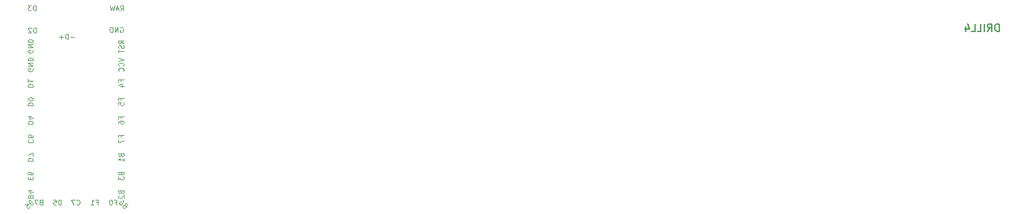
<source format=gbo>
G04 #@! TF.GenerationSoftware,KiCad,Pcbnew,(6.0.0)*
G04 #@! TF.CreationDate,2021-12-27T00:15:52+08:00*
G04 #@! TF.ProjectId,Alvaro v2,416c7661-726f-4207-9632-2e6b69636164,rev?*
G04 #@! TF.SameCoordinates,Original*
G04 #@! TF.FileFunction,Legend,Bot*
G04 #@! TF.FilePolarity,Positive*
%FSLAX46Y46*%
G04 Gerber Fmt 4.6, Leading zero omitted, Abs format (unit mm)*
G04 Created by KiCad (PCBNEW (6.0.0)) date 2021-12-27 00:15:52*
%MOMM*%
%LPD*%
G01*
G04 APERTURE LIST*
%ADD10C,0.080000*%
%ADD11C,0.150000*%
G04 APERTURE END LIST*
D10*
X77065333Y-45213000D02*
X77298666Y-45213000D01*
X77298666Y-45579666D02*
X77298666Y-44879666D01*
X76965333Y-44879666D01*
X76332000Y-45579666D02*
X76732000Y-45579666D01*
X76532000Y-45579666D02*
X76532000Y-44879666D01*
X76598666Y-44979666D01*
X76665333Y-45046333D01*
X76732000Y-45079666D01*
X68119000Y-42063333D02*
X68119000Y-41830000D01*
X67752333Y-41730000D02*
X67752333Y-42063333D01*
X68452333Y-42063333D01*
X68452333Y-41730000D01*
X68452333Y-41130000D02*
X68452333Y-41263333D01*
X68419000Y-41330000D01*
X68385666Y-41363333D01*
X68285666Y-41430000D01*
X68152333Y-41463333D01*
X67885666Y-41463333D01*
X67819000Y-41430000D01*
X67785666Y-41396666D01*
X67752333Y-41330000D01*
X67752333Y-41196666D01*
X67785666Y-41130000D01*
X67819000Y-41096666D01*
X67885666Y-41063333D01*
X68052333Y-41063333D01*
X68119000Y-41096666D01*
X68152333Y-41130000D01*
X68185666Y-41196666D01*
X68185666Y-41330000D01*
X68152333Y-41396666D01*
X68119000Y-41430000D01*
X68052333Y-41463333D01*
X68106991Y-45281297D02*
X68059851Y-45375578D01*
X68059851Y-45422719D01*
X68083421Y-45493429D01*
X68154132Y-45564140D01*
X68224842Y-45587710D01*
X68271983Y-45587710D01*
X68342693Y-45564140D01*
X68531255Y-45375578D01*
X68036280Y-44880603D01*
X67871289Y-45045595D01*
X67847719Y-45116306D01*
X67847719Y-45163446D01*
X67871289Y-45234157D01*
X67918429Y-45281297D01*
X67989140Y-45304867D01*
X68036280Y-45304867D01*
X68106991Y-45281297D01*
X68271983Y-45116306D01*
X67305603Y-45611280D02*
X67541306Y-45375578D01*
X67800578Y-45587710D01*
X67753438Y-45587710D01*
X67682727Y-45611280D01*
X67564876Y-45729132D01*
X67541306Y-45799842D01*
X67541306Y-45846983D01*
X67564876Y-45917693D01*
X67682727Y-46035544D01*
X67753438Y-46059115D01*
X67800578Y-46059115D01*
X67871289Y-46035544D01*
X67989140Y-45917693D01*
X68012710Y-45846983D01*
X68012710Y-45799842D01*
X80465000Y-43836666D02*
X80498333Y-43936666D01*
X80531666Y-43970000D01*
X80598333Y-44003333D01*
X80698333Y-44003333D01*
X80765000Y-43970000D01*
X80798333Y-43936666D01*
X80831666Y-43870000D01*
X80831666Y-43603333D01*
X80131666Y-43603333D01*
X80131666Y-43836666D01*
X80165000Y-43903333D01*
X80198333Y-43936666D01*
X80265000Y-43970000D01*
X80331666Y-43970000D01*
X80398333Y-43936666D01*
X80431666Y-43903333D01*
X80465000Y-43836666D01*
X80465000Y-43603333D01*
X80198333Y-44270000D02*
X80165000Y-44303333D01*
X80131666Y-44370000D01*
X80131666Y-44536666D01*
X80165000Y-44603333D01*
X80198333Y-44636666D01*
X80265000Y-44670000D01*
X80331666Y-44670000D01*
X80431666Y-44636666D01*
X80831666Y-44236666D01*
X80831666Y-44670000D01*
X80465000Y-41296666D02*
X80498333Y-41396666D01*
X80531666Y-41430000D01*
X80598333Y-41463333D01*
X80698333Y-41463333D01*
X80765000Y-41430000D01*
X80798333Y-41396666D01*
X80831666Y-41330000D01*
X80831666Y-41063333D01*
X80131666Y-41063333D01*
X80131666Y-41296666D01*
X80165000Y-41363333D01*
X80198333Y-41396666D01*
X80265000Y-41430000D01*
X80331666Y-41430000D01*
X80398333Y-41396666D01*
X80431666Y-41363333D01*
X80465000Y-41296666D01*
X80465000Y-41063333D01*
X80131666Y-41696666D02*
X80131666Y-42130000D01*
X80398333Y-41896666D01*
X80398333Y-41996666D01*
X80431666Y-42063333D01*
X80465000Y-42096666D01*
X80531666Y-42130000D01*
X80698333Y-42130000D01*
X80765000Y-42096666D01*
X80798333Y-42063333D01*
X80831666Y-41996666D01*
X80831666Y-41796666D01*
X80798333Y-41730000D01*
X80765000Y-41696666D01*
X67752333Y-29396666D02*
X68452333Y-29396666D01*
X68452333Y-29230000D01*
X68419000Y-29130000D01*
X68352333Y-29063333D01*
X68285666Y-29030000D01*
X68152333Y-28996666D01*
X68052333Y-28996666D01*
X67919000Y-29030000D01*
X67852333Y-29063333D01*
X67785666Y-29130000D01*
X67752333Y-29230000D01*
X67752333Y-29396666D01*
X67752333Y-28330000D02*
X67752333Y-28730000D01*
X67752333Y-28530000D02*
X68452333Y-28530000D01*
X68352333Y-28596666D01*
X68285666Y-28663333D01*
X68252333Y-28730000D01*
X68839666Y-21957666D02*
X68839666Y-21257666D01*
X68673000Y-21257666D01*
X68573000Y-21291000D01*
X68506333Y-21357666D01*
X68473000Y-21424333D01*
X68439666Y-21557666D01*
X68439666Y-21657666D01*
X68473000Y-21791000D01*
X68506333Y-21857666D01*
X68573000Y-21924333D01*
X68673000Y-21957666D01*
X68839666Y-21957666D01*
X68173000Y-21324333D02*
X68139666Y-21291000D01*
X68073000Y-21257666D01*
X67906333Y-21257666D01*
X67839666Y-21291000D01*
X67806333Y-21324333D01*
X67773000Y-21391000D01*
X67773000Y-21457666D01*
X67806333Y-21557666D01*
X68206333Y-21957666D01*
X67773000Y-21957666D01*
X68419000Y-26873333D02*
X68452333Y-26940000D01*
X68452333Y-27040000D01*
X68419000Y-27140000D01*
X68352333Y-27206666D01*
X68285666Y-27240000D01*
X68152333Y-27273333D01*
X68052333Y-27273333D01*
X67919000Y-27240000D01*
X67852333Y-27206666D01*
X67785666Y-27140000D01*
X67752333Y-27040000D01*
X67752333Y-26973333D01*
X67785666Y-26873333D01*
X67819000Y-26840000D01*
X68052333Y-26840000D01*
X68052333Y-26973333D01*
X67752333Y-26540000D02*
X68452333Y-26540000D01*
X67752333Y-26140000D01*
X68452333Y-26140000D01*
X67752333Y-25806666D02*
X68452333Y-25806666D01*
X68452333Y-25640000D01*
X68419000Y-25540000D01*
X68352333Y-25473333D01*
X68285666Y-25440000D01*
X68152333Y-25406666D01*
X68052333Y-25406666D01*
X67919000Y-25440000D01*
X67852333Y-25473333D01*
X67785666Y-25540000D01*
X67752333Y-25640000D01*
X67752333Y-25806666D01*
X67752333Y-34476666D02*
X68452333Y-34476666D01*
X68452333Y-34310000D01*
X68419000Y-34210000D01*
X68352333Y-34143333D01*
X68285666Y-34110000D01*
X68152333Y-34076666D01*
X68052333Y-34076666D01*
X67919000Y-34110000D01*
X67852333Y-34143333D01*
X67785666Y-34210000D01*
X67752333Y-34310000D01*
X67752333Y-34476666D01*
X68219000Y-33476666D02*
X67752333Y-33476666D01*
X68485666Y-33643333D02*
X67985666Y-33810000D01*
X67985666Y-33376666D01*
X67752333Y-39556666D02*
X68452333Y-39556666D01*
X68452333Y-39390000D01*
X68419000Y-39290000D01*
X68352333Y-39223333D01*
X68285666Y-39190000D01*
X68152333Y-39156666D01*
X68052333Y-39156666D01*
X67919000Y-39190000D01*
X67852333Y-39223333D01*
X67785666Y-39290000D01*
X67752333Y-39390000D01*
X67752333Y-39556666D01*
X68452333Y-38923333D02*
X68452333Y-38456666D01*
X67752333Y-38756666D01*
X67752333Y-31936666D02*
X68452333Y-31936666D01*
X68452333Y-31770000D01*
X68419000Y-31670000D01*
X68352333Y-31603333D01*
X68285666Y-31570000D01*
X68152333Y-31536666D01*
X68052333Y-31536666D01*
X67919000Y-31570000D01*
X67852333Y-31603333D01*
X67785666Y-31670000D01*
X67752333Y-31770000D01*
X67752333Y-31936666D01*
X68452333Y-31103333D02*
X68452333Y-31036666D01*
X68419000Y-30970000D01*
X68385666Y-30936666D01*
X68319000Y-30903333D01*
X68185666Y-30870000D01*
X68019000Y-30870000D01*
X67885666Y-30903333D01*
X67819000Y-30936666D01*
X67785666Y-30970000D01*
X67752333Y-31036666D01*
X67752333Y-31103333D01*
X67785666Y-31170000D01*
X67819000Y-31203333D01*
X67885666Y-31236666D01*
X68019000Y-31270000D01*
X68185666Y-31270000D01*
X68319000Y-31236666D01*
X68385666Y-31203333D01*
X68419000Y-31170000D01*
X68452333Y-31103333D01*
X74112000Y-22520000D02*
X73578666Y-22520000D01*
X73245333Y-22786666D02*
X73245333Y-22086666D01*
X73078666Y-22086666D01*
X72978666Y-22120000D01*
X72912000Y-22186666D01*
X72878666Y-22253333D01*
X72845333Y-22386666D01*
X72845333Y-22486666D01*
X72878666Y-22620000D01*
X72912000Y-22686666D01*
X72978666Y-22753333D01*
X73078666Y-22786666D01*
X73245333Y-22786666D01*
X72545333Y-22520000D02*
X72012000Y-22520000D01*
X72278666Y-22786666D02*
X72278666Y-22253333D01*
X80375333Y-21220000D02*
X80442000Y-21186666D01*
X80542000Y-21186666D01*
X80642000Y-21220000D01*
X80708666Y-21286666D01*
X80742000Y-21353333D01*
X80775333Y-21486666D01*
X80775333Y-21586666D01*
X80742000Y-21720000D01*
X80708666Y-21786666D01*
X80642000Y-21853333D01*
X80542000Y-21886666D01*
X80475333Y-21886666D01*
X80375333Y-21853333D01*
X80342000Y-21820000D01*
X80342000Y-21586666D01*
X80475333Y-21586666D01*
X80042000Y-21886666D02*
X80042000Y-21186666D01*
X79642000Y-21886666D01*
X79642000Y-21186666D01*
X79308666Y-21886666D02*
X79308666Y-21186666D01*
X79142000Y-21186666D01*
X79042000Y-21220000D01*
X78975333Y-21286666D01*
X78942000Y-21353333D01*
X78908666Y-21486666D01*
X78908666Y-21586666D01*
X78942000Y-21720000D01*
X78975333Y-21786666D01*
X79042000Y-21853333D01*
X79142000Y-21886666D01*
X79308666Y-21886666D01*
X80831666Y-23416666D02*
X80498333Y-23183333D01*
X80831666Y-23016666D02*
X80131666Y-23016666D01*
X80131666Y-23283333D01*
X80165000Y-23350000D01*
X80198333Y-23383333D01*
X80265000Y-23416666D01*
X80365000Y-23416666D01*
X80431666Y-23383333D01*
X80465000Y-23350000D01*
X80498333Y-23283333D01*
X80498333Y-23016666D01*
X80798333Y-23683333D02*
X80831666Y-23783333D01*
X80831666Y-23950000D01*
X80798333Y-24016666D01*
X80765000Y-24050000D01*
X80698333Y-24083333D01*
X80631666Y-24083333D01*
X80565000Y-24050000D01*
X80531666Y-24016666D01*
X80498333Y-23950000D01*
X80465000Y-23816666D01*
X80431666Y-23750000D01*
X80398333Y-23716666D01*
X80331666Y-23683333D01*
X80265000Y-23683333D01*
X80198333Y-23716666D01*
X80165000Y-23750000D01*
X80131666Y-23816666D01*
X80131666Y-23983333D01*
X80165000Y-24083333D01*
X80131666Y-24283333D02*
X80131666Y-24683333D01*
X80831666Y-24483333D02*
X80131666Y-24483333D01*
X67819000Y-36616666D02*
X67785666Y-36650000D01*
X67752333Y-36750000D01*
X67752333Y-36816666D01*
X67785666Y-36916666D01*
X67852333Y-36983333D01*
X67919000Y-37016666D01*
X68052333Y-37050000D01*
X68152333Y-37050000D01*
X68285666Y-37016666D01*
X68352333Y-36983333D01*
X68419000Y-36916666D01*
X68452333Y-36816666D01*
X68452333Y-36750000D01*
X68419000Y-36650000D01*
X68385666Y-36616666D01*
X68452333Y-36016666D02*
X68452333Y-36150000D01*
X68419000Y-36216666D01*
X68385666Y-36250000D01*
X68285666Y-36316666D01*
X68152333Y-36350000D01*
X67885666Y-36350000D01*
X67819000Y-36316666D01*
X67785666Y-36283333D01*
X67752333Y-36216666D01*
X67752333Y-36083333D01*
X67785666Y-36016666D01*
X67819000Y-35983333D01*
X67885666Y-35950000D01*
X68052333Y-35950000D01*
X68119000Y-35983333D01*
X68152333Y-36016666D01*
X68185666Y-36083333D01*
X68185666Y-36216666D01*
X68152333Y-36283333D01*
X68119000Y-36316666D01*
X68052333Y-36350000D01*
X80131666Y-25406666D02*
X80831666Y-25640000D01*
X80131666Y-25873333D01*
X80765000Y-26506666D02*
X80798333Y-26473333D01*
X80831666Y-26373333D01*
X80831666Y-26306666D01*
X80798333Y-26206666D01*
X80731666Y-26140000D01*
X80665000Y-26106666D01*
X80531666Y-26073333D01*
X80431666Y-26073333D01*
X80298333Y-26106666D01*
X80231666Y-26140000D01*
X80165000Y-26206666D01*
X80131666Y-26306666D01*
X80131666Y-26373333D01*
X80165000Y-26473333D01*
X80198333Y-26506666D01*
X80765000Y-27206666D02*
X80798333Y-27173333D01*
X80831666Y-27073333D01*
X80831666Y-27006666D01*
X80798333Y-26906666D01*
X80731666Y-26840000D01*
X80665000Y-26806666D01*
X80531666Y-26773333D01*
X80431666Y-26773333D01*
X80298333Y-26806666D01*
X80231666Y-26840000D01*
X80165000Y-26906666D01*
X80131666Y-27006666D01*
X80131666Y-27073333D01*
X80165000Y-27173333D01*
X80198333Y-27206666D01*
X80465000Y-28646666D02*
X80465000Y-28413333D01*
X80831666Y-28413333D02*
X80131666Y-28413333D01*
X80131666Y-28746666D01*
X80365000Y-29313333D02*
X80831666Y-29313333D01*
X80098333Y-29146666D02*
X80598333Y-28980000D01*
X80598333Y-29413333D01*
X80465000Y-31186666D02*
X80465000Y-30953333D01*
X80831666Y-30953333D02*
X80131666Y-30953333D01*
X80131666Y-31286666D01*
X80131666Y-31886666D02*
X80131666Y-31553333D01*
X80465000Y-31520000D01*
X80431666Y-31553333D01*
X80398333Y-31620000D01*
X80398333Y-31786666D01*
X80431666Y-31853333D01*
X80465000Y-31886666D01*
X80531666Y-31920000D01*
X80698333Y-31920000D01*
X80765000Y-31886666D01*
X80798333Y-31853333D01*
X80831666Y-31786666D01*
X80831666Y-31620000D01*
X80798333Y-31553333D01*
X80765000Y-31520000D01*
X80465000Y-33726666D02*
X80465000Y-33493333D01*
X80831666Y-33493333D02*
X80131666Y-33493333D01*
X80131666Y-33826666D01*
X80131666Y-34393333D02*
X80131666Y-34260000D01*
X80165000Y-34193333D01*
X80198333Y-34160000D01*
X80298333Y-34093333D01*
X80431666Y-34060000D01*
X80698333Y-34060000D01*
X80765000Y-34093333D01*
X80798333Y-34126666D01*
X80831666Y-34193333D01*
X80831666Y-34326666D01*
X80798333Y-34393333D01*
X80765000Y-34426666D01*
X80698333Y-34460000D01*
X80531666Y-34460000D01*
X80465000Y-34426666D01*
X80431666Y-34393333D01*
X80398333Y-34326666D01*
X80398333Y-34193333D01*
X80431666Y-34126666D01*
X80465000Y-34093333D01*
X80531666Y-34060000D01*
X80465000Y-36266666D02*
X80465000Y-36033333D01*
X80831666Y-36033333D02*
X80131666Y-36033333D01*
X80131666Y-36366666D01*
X80131666Y-36566666D02*
X80131666Y-37033333D01*
X80831666Y-36733333D01*
X80465000Y-38756666D02*
X80498333Y-38856666D01*
X80531666Y-38890000D01*
X80598333Y-38923333D01*
X80698333Y-38923333D01*
X80765000Y-38890000D01*
X80798333Y-38856666D01*
X80831666Y-38790000D01*
X80831666Y-38523333D01*
X80131666Y-38523333D01*
X80131666Y-38756666D01*
X80165000Y-38823333D01*
X80198333Y-38856666D01*
X80265000Y-38890000D01*
X80331666Y-38890000D01*
X80398333Y-38856666D01*
X80431666Y-38823333D01*
X80465000Y-38756666D01*
X80465000Y-38523333D01*
X80831666Y-39590000D02*
X80831666Y-39190000D01*
X80831666Y-39390000D02*
X80131666Y-39390000D01*
X80231666Y-39323333D01*
X80298333Y-39256666D01*
X80331666Y-39190000D01*
X74408666Y-45513000D02*
X74442000Y-45546333D01*
X74542000Y-45579666D01*
X74608666Y-45579666D01*
X74708666Y-45546333D01*
X74775333Y-45479666D01*
X74808666Y-45413000D01*
X74842000Y-45279666D01*
X74842000Y-45179666D01*
X74808666Y-45046333D01*
X74775333Y-44979666D01*
X74708666Y-44913000D01*
X74608666Y-44879666D01*
X74542000Y-44879666D01*
X74442000Y-44913000D01*
X74408666Y-44946333D01*
X74175333Y-44879666D02*
X73708666Y-44879666D01*
X74008666Y-45579666D01*
X68838667Y-18889666D02*
X68838667Y-18189666D01*
X68672001Y-18189666D01*
X68572001Y-18223000D01*
X68505334Y-18289666D01*
X68472001Y-18356333D01*
X68438667Y-18489666D01*
X68438667Y-18589666D01*
X68472001Y-18723000D01*
X68505334Y-18789666D01*
X68572001Y-18856333D01*
X68672001Y-18889666D01*
X68838667Y-18889666D01*
X68205334Y-18189666D02*
X67772001Y-18189666D01*
X68005334Y-18456333D01*
X67905334Y-18456333D01*
X67838667Y-18489666D01*
X67805334Y-18523000D01*
X67772001Y-18589666D01*
X67772001Y-18756333D01*
X67805334Y-18823000D01*
X67838667Y-18856333D01*
X67905334Y-18889666D01*
X68105334Y-18889666D01*
X68172001Y-18856333D01*
X68205334Y-18823000D01*
X68119000Y-44403333D02*
X68085666Y-44303333D01*
X68052333Y-44270000D01*
X67985666Y-44236666D01*
X67885666Y-44236666D01*
X67819000Y-44270000D01*
X67785666Y-44303333D01*
X67752333Y-44370000D01*
X67752333Y-44636666D01*
X68452333Y-44636666D01*
X68452333Y-44403333D01*
X68419000Y-44336666D01*
X68385666Y-44303333D01*
X68319000Y-44270000D01*
X68252333Y-44270000D01*
X68185666Y-44303333D01*
X68152333Y-44336666D01*
X68119000Y-44403333D01*
X68119000Y-44636666D01*
X68219000Y-43636666D02*
X67752333Y-43636666D01*
X68485666Y-43803333D02*
X67985666Y-43970000D01*
X67985666Y-43536666D01*
X81004702Y-45681991D02*
X80910421Y-45634851D01*
X80863280Y-45634851D01*
X80792570Y-45658421D01*
X80721859Y-45729132D01*
X80698289Y-45799842D01*
X80698289Y-45846983D01*
X80721859Y-45917693D01*
X80910421Y-46106255D01*
X81405396Y-45611280D01*
X81240404Y-45446289D01*
X81169693Y-45422719D01*
X81122553Y-45422719D01*
X81051842Y-45446289D01*
X81004702Y-45493429D01*
X80981132Y-45564140D01*
X80981132Y-45611280D01*
X81004702Y-45681991D01*
X81169693Y-45846983D01*
X80698289Y-44904174D02*
X80792570Y-44998455D01*
X80816140Y-45069165D01*
X80816140Y-45116306D01*
X80792570Y-45234157D01*
X80721859Y-45352008D01*
X80533297Y-45540570D01*
X80462587Y-45564140D01*
X80415446Y-45564140D01*
X80344735Y-45540570D01*
X80250455Y-45446289D01*
X80226884Y-45375578D01*
X80226884Y-45328438D01*
X80250455Y-45257727D01*
X80368306Y-45139876D01*
X80439016Y-45116306D01*
X80486157Y-45116306D01*
X80556867Y-45139876D01*
X80651148Y-45234157D01*
X80674719Y-45304867D01*
X80674719Y-45352008D01*
X80651148Y-45422719D01*
X79605333Y-45213000D02*
X79838666Y-45213000D01*
X79838666Y-45579666D02*
X79838666Y-44879666D01*
X79505333Y-44879666D01*
X79105333Y-44879666D02*
X79038666Y-44879666D01*
X78972000Y-44913000D01*
X78938666Y-44946333D01*
X78905333Y-45013000D01*
X78872000Y-45146333D01*
X78872000Y-45313000D01*
X78905333Y-45446333D01*
X78938666Y-45513000D01*
X78972000Y-45546333D01*
X79038666Y-45579666D01*
X79105333Y-45579666D01*
X79172000Y-45546333D01*
X79205333Y-45513000D01*
X79238666Y-45446333D01*
X79272000Y-45313000D01*
X79272000Y-45146333D01*
X79238666Y-45013000D01*
X79205333Y-44946333D01*
X79172000Y-44913000D01*
X79105333Y-44879666D01*
X72268666Y-45579666D02*
X72268666Y-44879666D01*
X72102000Y-44879666D01*
X72002000Y-44913000D01*
X71935333Y-44979666D01*
X71902000Y-45046333D01*
X71868666Y-45179666D01*
X71868666Y-45279666D01*
X71902000Y-45413000D01*
X71935333Y-45479666D01*
X72002000Y-45546333D01*
X72102000Y-45579666D01*
X72268666Y-45579666D01*
X71235333Y-44879666D02*
X71568666Y-44879666D01*
X71602000Y-45213000D01*
X71568666Y-45179666D01*
X71502000Y-45146333D01*
X71335333Y-45146333D01*
X71268666Y-45179666D01*
X71235333Y-45213000D01*
X71202000Y-45279666D01*
X71202000Y-45446333D01*
X71235333Y-45513000D01*
X71268666Y-45546333D01*
X71335333Y-45579666D01*
X71502000Y-45579666D01*
X71568666Y-45546333D01*
X71602000Y-45513000D01*
X69500333Y-45213000D02*
X69400333Y-45246333D01*
X69367000Y-45279666D01*
X69333666Y-45346333D01*
X69333666Y-45446333D01*
X69367000Y-45513000D01*
X69400333Y-45546333D01*
X69467000Y-45579666D01*
X69733666Y-45579666D01*
X69733666Y-44879666D01*
X69500333Y-44879666D01*
X69433666Y-44913000D01*
X69400333Y-44946333D01*
X69367000Y-45013000D01*
X69367000Y-45079666D01*
X69400333Y-45146333D01*
X69433666Y-45179666D01*
X69500333Y-45213000D01*
X69733666Y-45213000D01*
X69100333Y-44879666D02*
X68633666Y-44879666D01*
X68933666Y-45579666D01*
X68419000Y-24333333D02*
X68452333Y-24400000D01*
X68452333Y-24500000D01*
X68419000Y-24600000D01*
X68352333Y-24666666D01*
X68285666Y-24700000D01*
X68152333Y-24733333D01*
X68052333Y-24733333D01*
X67919000Y-24700000D01*
X67852333Y-24666666D01*
X67785666Y-24600000D01*
X67752333Y-24500000D01*
X67752333Y-24433333D01*
X67785666Y-24333333D01*
X67819000Y-24300000D01*
X68052333Y-24300000D01*
X68052333Y-24433333D01*
X67752333Y-24000000D02*
X68452333Y-24000000D01*
X67752333Y-23600000D01*
X68452333Y-23600000D01*
X67752333Y-23266666D02*
X68452333Y-23266666D01*
X68452333Y-23100000D01*
X68419000Y-23000000D01*
X68352333Y-22933333D01*
X68285666Y-22900000D01*
X68152333Y-22866666D01*
X68052333Y-22866666D01*
X67919000Y-22900000D01*
X67852333Y-22933333D01*
X67785666Y-23000000D01*
X67752333Y-23100000D01*
X67752333Y-23266666D01*
X80395334Y-18889666D02*
X80628667Y-18556333D01*
X80795334Y-18889666D02*
X80795334Y-18189666D01*
X80528667Y-18189666D01*
X80462001Y-18223000D01*
X80428667Y-18256333D01*
X80395334Y-18323000D01*
X80395334Y-18423000D01*
X80428667Y-18489666D01*
X80462001Y-18523000D01*
X80528667Y-18556333D01*
X80795334Y-18556333D01*
X80128667Y-18689666D02*
X79795334Y-18689666D01*
X80195334Y-18889666D02*
X79962001Y-18189666D01*
X79728667Y-18889666D01*
X79562001Y-18189666D02*
X79395334Y-18889666D01*
X79262001Y-18389666D01*
X79128667Y-18889666D01*
X78962001Y-18189666D01*
D11*
X200465714Y-21749880D02*
X200465714Y-20749880D01*
X200227619Y-20749880D01*
X200084761Y-20797500D01*
X199989523Y-20892738D01*
X199941904Y-20987976D01*
X199894285Y-21178452D01*
X199894285Y-21321309D01*
X199941904Y-21511785D01*
X199989523Y-21607023D01*
X200084761Y-21702261D01*
X200227619Y-21749880D01*
X200465714Y-21749880D01*
X198894285Y-21749880D02*
X199227619Y-21273690D01*
X199465714Y-21749880D02*
X199465714Y-20749880D01*
X199084761Y-20749880D01*
X198989523Y-20797500D01*
X198941904Y-20845119D01*
X198894285Y-20940357D01*
X198894285Y-21083214D01*
X198941904Y-21178452D01*
X198989523Y-21226071D01*
X199084761Y-21273690D01*
X199465714Y-21273690D01*
X198465714Y-21749880D02*
X198465714Y-20749880D01*
X197513333Y-21749880D02*
X197989523Y-21749880D01*
X197989523Y-20749880D01*
X196703809Y-21749880D02*
X197180000Y-21749880D01*
X197180000Y-20749880D01*
X195941904Y-21083214D02*
X195941904Y-21749880D01*
X196180000Y-20702261D02*
X196418095Y-21416547D01*
X195799047Y-21416547D01*
M02*

</source>
